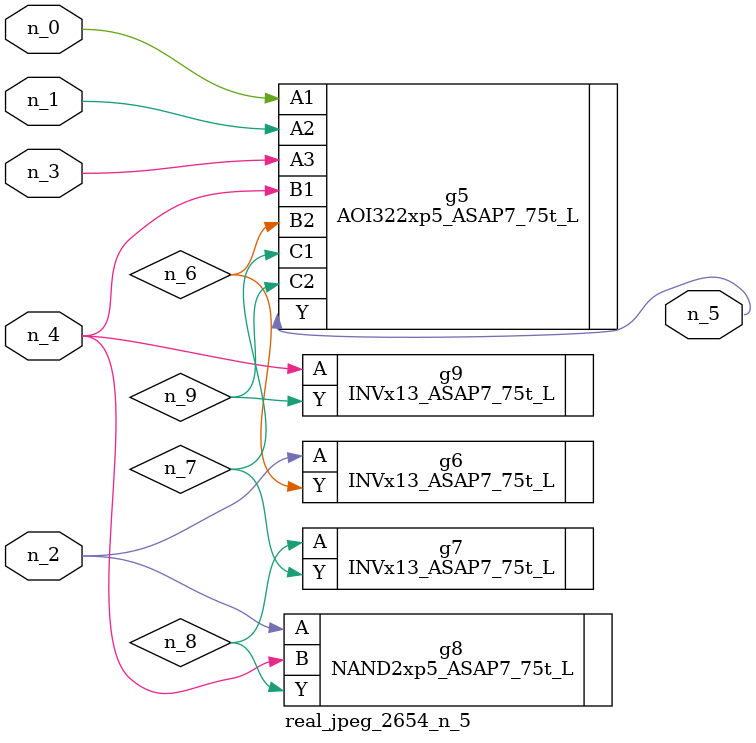
<source format=v>
module real_jpeg_2654_n_5 (n_4, n_0, n_1, n_2, n_3, n_5);

input n_4;
input n_0;
input n_1;
input n_2;
input n_3;

output n_5;

wire n_8;
wire n_6;
wire n_7;
wire n_9;

AOI322xp5_ASAP7_75t_L g5 ( 
.A1(n_0),
.A2(n_1),
.A3(n_3),
.B1(n_4),
.B2(n_6),
.C1(n_7),
.C2(n_9),
.Y(n_5)
);

INVx13_ASAP7_75t_L g6 ( 
.A(n_2),
.Y(n_6)
);

NAND2xp5_ASAP7_75t_L g8 ( 
.A(n_2),
.B(n_4),
.Y(n_8)
);

INVx13_ASAP7_75t_L g9 ( 
.A(n_4),
.Y(n_9)
);

INVx13_ASAP7_75t_L g7 ( 
.A(n_8),
.Y(n_7)
);


endmodule
</source>
